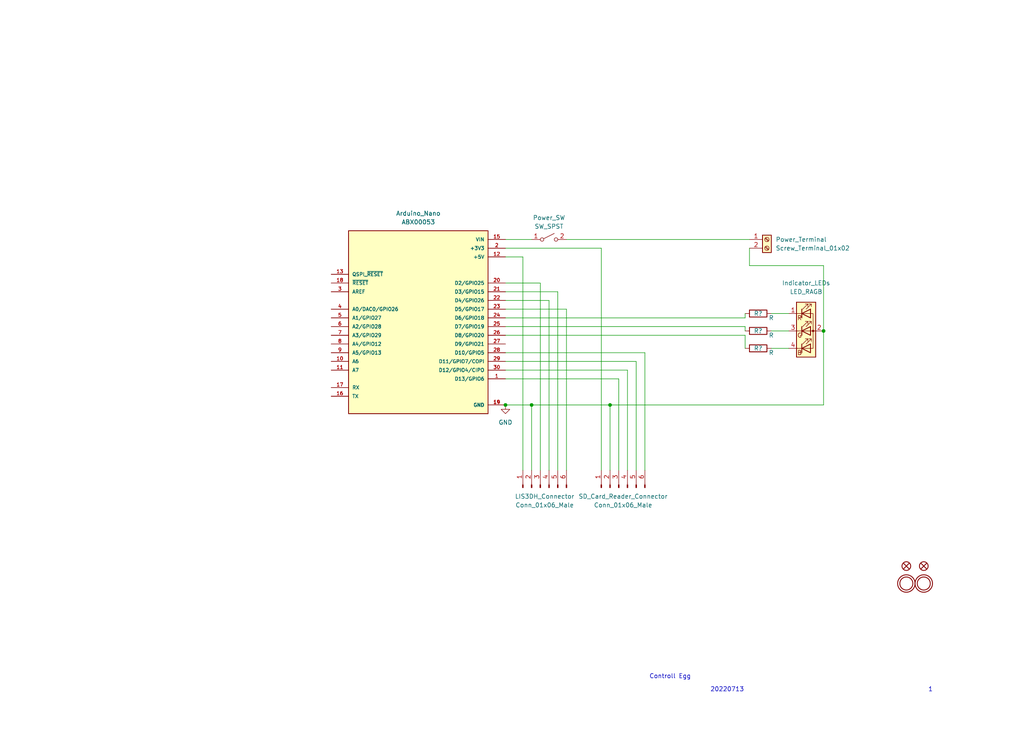
<source format=kicad_sch>
(kicad_sch (version 20211123) (generator eeschema)
  (paper "User" 298.45 217.881)
  (lib_symbols
    (symbol "ABX00053:ABX00053" (pin_names (offset 1.016))
      (property "Reference" "U?" (at 0 30.48 0))
      (property "Value" "ABX00053" (at 0 27.94 0))
      (symbol "ABX00053_0_0"
        (rectangle (start -20.32 -27.94) (end 20.32 25.4) (stroke (width 0.254)) (fill (type background)))
        (pin bidirectional line (at 25.4 -17.78 180) (length 5.08) (name "D13/GPIO6") (number "1"))
        (pin bidirectional line (at -25.4 -12.7 0) (length 5.08) (name "A6") (number "10"))
        (pin bidirectional line (at -25.4 -15.24 0) (length 5.08) (name "A7") (number "11"))
        (pin power_in line (at 25.4 17.78 180) (length 5.08) (name "+5V") (number "12"))
        (pin input line (at -25.4 12.7 0) (length 5.08) (name "QSPI_~{RESET}") (number "13"))
        (pin power_in line (at 25.4 -25.4 180) (length 5.08) (name "GND") (number "14"))
        (pin power_in line (at 25.4 22.86 180) (length 5.08) (name "VIN") (number "15"))
        (pin bidirectional line (at -25.4 -22.86 0) (length 5.08) (name "TX") (number "16"))
        (pin bidirectional line (at -25.4 -20.32 0) (length 5.08) (name "RX") (number "17"))
        (pin input line (at -25.4 10.16 0) (length 5.08) (name "~{RESET}") (number "18"))
        (pin power_in line (at 25.4 -25.4 180) (length 5.08) (name "GND") (number "19"))
        (pin power_in line (at 25.4 20.32 180) (length 5.08) (name "+3V3") (number "2"))
        (pin bidirectional line (at 25.4 10.16 180) (length 5.08) (name "D2/GPIO25") (number "20"))
        (pin bidirectional line (at 25.4 7.62 180) (length 5.08) (name "D3/GPIO15") (number "21"))
        (pin bidirectional line (at 25.4 5.08 180) (length 5.08) (name "D4/GPIO26") (number "22"))
        (pin bidirectional line (at 25.4 2.54 180) (length 5.08) (name "D5/GPIO17") (number "23"))
        (pin bidirectional line (at 25.4 0 180) (length 5.08) (name "D6/GPIO18") (number "24"))
        (pin bidirectional line (at 25.4 -2.54 180) (length 5.08) (name "D7/GPIO19") (number "25"))
        (pin bidirectional line (at 25.4 -5.08 180) (length 5.08) (name "D8/GPIO20") (number "26"))
        (pin bidirectional line (at 25.4 -7.62 180) (length 5.08) (name "D9/GPIO21") (number "27"))
        (pin bidirectional line (at 25.4 -10.16 180) (length 5.08) (name "D10/GPIO5") (number "28"))
        (pin bidirectional line (at 25.4 -12.7 180) (length 5.08) (name "D11/GPIO7/COPI") (number "29"))
        (pin bidirectional line (at -25.4 7.62 0) (length 5.08) (name "AREF") (number "3"))
        (pin bidirectional line (at 25.4 -15.24 180) (length 5.08) (name "D12/GPIO4/CIPO") (number "30"))
        (pin bidirectional line (at -25.4 2.54 0) (length 5.08) (name "A0/DAC0/GPIO26") (number "4"))
        (pin bidirectional line (at -25.4 0 0) (length 5.08) (name "A1/GPIO27") (number "5"))
        (pin bidirectional line (at -25.4 -2.54 0) (length 5.08) (name "A2/GPIO28") (number "6"))
        (pin bidirectional line (at -25.4 -5.08 0) (length 5.08) (name "A3/GPIO29") (number "7"))
        (pin bidirectional line (at -25.4 -7.62 0) (length 5.08) (name "A4/GPIO12") (number "8"))
        (pin bidirectional line (at -25.4 -10.16 0) (length 5.08) (name "A5/GPIO13") (number "9"))
      )
    )
    (symbol "Connector:Conn_01x06_Male" (pin_names (offset 1.016) hide)
      (property "Reference" "J" (at 0 7.62 0))
      (property "Value" "Conn_01x06_Male" (at 0 -10.16 0))
      (symbol "Conn_01x06_Male_1_1"
        (polyline (pts (xy 1.27 -7.62) (xy 0.8636 -7.62)) (stroke (width 0.1524)))
        (polyline (pts (xy 1.27 -5.08) (xy 0.8636 -5.08)) (stroke (width 0.1524)))
        (polyline (pts (xy 1.27 -2.54) (xy 0.8636 -2.54)) (stroke (width 0.1524)))
        (polyline (pts (xy 1.27 0) (xy 0.8636 0)) (stroke (width 0.1524)))
        (polyline (pts (xy 1.27 2.54) (xy 0.8636 2.54)) (stroke (width 0.1524)))
        (polyline (pts (xy 1.27 5.08) (xy 0.8636 5.08)) (stroke (width 0.1524)))
        (rectangle (start 0.8636 -7.493) (end 0 -7.747) (stroke (width 0.1524)) (fill (type outline)))
        (rectangle (start 0.8636 -4.953) (end 0 -5.207) (stroke (width 0.1524)) (fill (type outline)))
        (rectangle (start 0.8636 -2.413) (end 0 -2.667) (stroke (width 0.1524)) (fill (type outline)))
        (rectangle (start 0.8636 0.127) (end 0 -0.127) (stroke (width 0.1524)) (fill (type outline)))
        (rectangle (start 0.8636 2.667) (end 0 2.413) (stroke (width 0.1524)) (fill (type outline)))
        (rectangle (start 0.8636 5.207) (end 0 4.953) (stroke (width 0.1524)) (fill (type outline)))
        (pin passive line (at 5.08 5.08 180) (length 3.81) (name "Pin_1") (number "1"))
        (pin passive line (at 5.08 2.54 180) (length 3.81) (name "Pin_2") (number "2"))
        (pin passive line (at 5.08 0 180) (length 3.81) (name "Pin_3") (number "3"))
        (pin passive line (at 5.08 -2.54 180) (length 3.81) (name "Pin_4") (number "4"))
        (pin passive line (at 5.08 -5.08 180) (length 3.81) (name "Pin_5") (number "5"))
        (pin passive line (at 5.08 -7.62 180) (length 3.81) (name "Pin_6") (number "6"))
      )
    )
    (symbol "Connector:Screw_Terminal_01x02" (pin_names (offset 1.016) hide)
      (property "Reference" "J" (at 0 2.54 0))
      (property "Value" "Screw_Terminal_01x02" (at 0 -5.08 0))
      (symbol "Screw_Terminal_01x02_1_1"
        (rectangle (start -1.27 1.27) (end 1.27 -3.81) (stroke (width 0.254)) (fill (type background)))
        (circle (center 0 -2.54) (radius 0.635) (stroke (width 0.1524)))
        (polyline (pts (xy -0.5334 -2.2098) (xy 0.3302 -3.048)) (stroke (width 0.1524)))
        (polyline (pts (xy -0.5334 0.3302) (xy 0.3302 -0.508)) (stroke (width 0.1524)))
        (polyline (pts (xy -0.3556 -2.032) (xy 0.508 -2.8702)) (stroke (width 0.1524)))
        (polyline (pts (xy -0.3556 0.508) (xy 0.508 -0.3302)) (stroke (width 0.1524)))
        (circle (center 0 0) (radius 0.635) (stroke (width 0.1524)))
        (pin passive line (at -5.08 0 0) (length 3.81) (name "Pin_1") (number "1"))
        (pin passive line (at -5.08 -2.54 0) (length 3.81) (name "Pin_2") (number "2"))
      )
    )
    (symbol "Device:LED_RAGB" (pin_names (offset 0) hide)
      (property "Reference" "D" (at 0 9.398 0))
      (property "Value" "LED_RAGB" (at 0 -8.89 0))
      (symbol "LED_RAGB_0_0"
        (text "B" (at -1.905 -6.35 0) (effects (font (size 1.27 1.27))))
        (text "G" (at -1.905 -1.27 0) (effects (font (size 1.27 1.27))))
        (text "R" (at -1.905 3.81 0) (effects (font (size 1.27 1.27))))
      )
      (symbol "LED_RAGB_0_1"
        (polyline (pts (xy -1.27 -5.08) (xy -2.54 -5.08)))
        (polyline (pts (xy -1.27 -5.08) (xy 1.27 -5.08)))
        (polyline (pts (xy -1.27 -3.81) (xy -1.27 -6.35)) (stroke (width 0.254)))
        (polyline (pts (xy -1.27 0) (xy -2.54 0)))
        (polyline (pts (xy -1.27 1.27) (xy -1.27 -1.27)) (stroke (width 0.254)))
        (polyline (pts (xy -1.27 5.08) (xy -2.54 5.08)))
        (polyline (pts (xy -1.27 5.08) (xy 1.27 5.08)))
        (polyline (pts (xy -1.27 6.35) (xy -1.27 3.81)) (stroke (width 0.254)))
        (polyline (pts (xy 1.27 0) (xy -1.27 0)))
        (polyline (pts (xy 1.27 0) (xy 2.54 0)))
        (polyline (pts (xy -1.27 1.27) (xy -1.27 -1.27) (xy -1.27 -1.27)))
        (polyline (pts (xy -1.27 6.35) (xy -1.27 3.81) (xy -1.27 3.81)))
        (polyline (pts (xy 1.27 -5.08) (xy 2.032 -5.08) (xy 2.032 5.08) (xy 1.27 5.08)))
        (polyline (pts (xy 1.27 -3.81) (xy 1.27 -6.35) (xy -1.27 -5.08) (xy 1.27 -3.81)) (stroke (width 0.254)))
        (polyline (pts (xy 1.27 1.27) (xy 1.27 -1.27) (xy -1.27 0) (xy 1.27 1.27)) (stroke (width 0.254)))
        (polyline (pts (xy 1.27 6.35) (xy 1.27 3.81) (xy -1.27 5.08) (xy 1.27 6.35)) (stroke (width 0.254)))
        (polyline (pts (xy -1.016 -3.81) (xy 0.508 -2.286) (xy -0.254 -2.286) (xy 0.508 -2.286) (xy 0.508 -3.048)))
        (polyline (pts (xy -1.016 1.27) (xy 0.508 2.794) (xy -0.254 2.794) (xy 0.508 2.794) (xy 0.508 2.032)))
        (polyline (pts (xy -1.016 6.35) (xy 0.508 7.874) (xy -0.254 7.874) (xy 0.508 7.874) (xy 0.508 7.112)))
        (polyline (pts (xy 0 -3.81) (xy 1.524 -2.286) (xy 0.762 -2.286) (xy 1.524 -2.286) (xy 1.524 -3.048)))
        (polyline (pts (xy 0 1.27) (xy 1.524 2.794) (xy 0.762 2.794) (xy 1.524 2.794) (xy 1.524 2.032)))
        (polyline (pts (xy 0 6.35) (xy 1.524 7.874) (xy 0.762 7.874) (xy 1.524 7.874) (xy 1.524 7.112)))
        (rectangle (start 1.27 -1.27) (end 1.27 1.27))
        (rectangle (start 1.27 1.27) (end 1.27 1.27))
        (rectangle (start 1.27 3.81) (end 1.27 6.35))
        (rectangle (start 1.27 6.35) (end 1.27 6.35))
        (circle (center 2.032 0) (radius 0.254) (fill (type outline)))
        (rectangle (start 2.794 8.382) (end -2.794 -7.62) (stroke (width 0.254)) (fill (type background)))
      )
      (symbol "LED_RAGB_1_1"
        (pin passive line (at -5.08 5.08 0) (length 2.54) (name "RK") (number "1"))
        (pin passive line (at 5.08 0 180) (length 2.54) (name "A") (number "2"))
        (pin passive line (at -5.08 0 0) (length 2.54) (name "GK") (number "3"))
        (pin passive line (at -5.08 -5.08 0) (length 2.54) (name "BK") (number "4"))
      )
    )
    (symbol "Device:R" (pin_numbers hide) (pin_names (offset 0))
      (property "Reference" "R" (at 2.032 0 90))
      (property "Value" "R" (at 0 0 90))
      (symbol "R_0_1"
        (rectangle (start -1.016 -2.54) (end 1.016 2.54) (stroke (width 0.254)))
      )
      (symbol "R_1_1"
        (pin passive line (at 0 3.81 270) (length 1.27) (name "~") (number "1"))
        (pin passive line (at 0 -3.81 90) (length 1.27) (name "~") (number "2"))
      )
    )
    (symbol "ElectronicEggDrop-eagle-import:FIDUCIAL{dblquote}{dblquote}"
      (symbol "FIDUCIAL{dblquote}{dblquote}_1_0"
        (polyline (pts (xy -0.762 0.762) (xy 0.762 -0.762)) (stroke (width 0.254)))
        (polyline (pts (xy 0.762 0.762) (xy -0.762 -0.762)) (stroke (width 0.254)))
        (circle (center 0 0) (radius 1.27) (stroke (width 0.254)))
      )
    )
    (symbol "ElectronicEggDrop-eagle-import:MOUNTINGHOLE2.5"
      (symbol "MOUNTINGHOLE2.5_1_0"
        (circle (center 0 0) (radius 1.905) (stroke (width 0.254)))
        (circle (center 0 0) (radius 2.54) (stroke (width 0.254)))
      )
    )
    (symbol "Switch:SW_SPST" (pin_names (offset 0) hide)
      (property "Reference" "SW" (at 0 3.175 0))
      (property "Value" "SW_SPST" (at 0 -2.54 0))
      (symbol "SW_SPST_0_0"
        (circle (center -2.032 0) (radius 0.508))
        (polyline (pts (xy -1.524 0.254) (xy 1.524 1.778)))
        (circle (center 2.032 0) (radius 0.508))
      )
      (symbol "SW_SPST_1_1"
        (pin passive line (at -5.08 0 0) (length 2.54) (name "A") (number "1"))
        (pin passive line (at 5.08 0 180) (length 2.54) (name "B") (number "2"))
      )
    )
    (symbol "power:GND" (power) (pin_names (offset 0))
      (property "Value" "GND" (at 0 -3.81 0))
      (symbol "GND_0_1"
        (polyline (pts (xy 0 0) (xy 0 -1.27) (xy 1.27 -1.27) (xy 0 -2.54) (xy -1.27 -1.27) (xy 0 -1.27)))
      )
      (symbol "GND_1_1"
        (pin power_in line (at 0 0 270) (length 0) hide (name "GND") (number "1"))
      )
    )
  )
  (junction (at 147.32 118.11))
  (junction (at 240.03 96.52))
  (junction (at 154.94 118.11))
  (junction (at 177.8 118.11))
  (wire (pts (xy 165.1 69.85) (xy 218.44 69.85)))
  (wire (pts (xy 157.48 137.16) (xy 157.48 82.55)))
  (wire (pts (xy 182.88 107.95) (xy 147.32 107.95)))
  (wire (pts (xy 165.1 137.16) (xy 165.1 90.17)))
  (wire (pts (xy 165.1 90.17) (xy 147.32 90.17)))
  (wire (pts (xy 147.32 69.85) (xy 154.94 69.85)))
  (wire (pts (xy 185.42 105.41) (xy 147.32 105.41)))
  (wire (pts (xy 147.32 110.49) (xy 180.34 110.49)))
  (wire (pts (xy 180.34 110.49) (xy 180.34 137.16)))
  (wire (pts (xy 240.03 77.47) (xy 240.03 96.52)))
  (wire (pts (xy 160.02 137.16) (xy 160.02 87.63)))
  (wire (pts (xy 218.44 72.39) (xy 218.44 77.47)))
  (wire (pts (xy 240.03 118.11) (xy 177.8 118.11)))
  (wire (pts (xy 217.17 97.79) (xy 147.32 97.79)))
  (wire (pts (xy 240.03 96.52) (xy 240.03 118.11)))
  (wire (pts (xy 217.17 101.6) (xy 217.17 97.79)))
  (wire (pts (xy 187.96 137.16) (xy 187.96 102.87)))
  (wire (pts (xy 152.4 137.16) (xy 152.4 74.93)))
  (wire (pts (xy 157.48 82.55) (xy 147.32 82.55)))
  (wire (pts (xy 152.4 74.93) (xy 147.32 74.93)))
  (wire (pts (xy 187.96 102.87) (xy 147.32 102.87)))
  (wire (pts (xy 224.79 96.52) (xy 229.87 96.52)))
  (wire (pts (xy 217.17 91.44) (xy 217.17 92.71)))
  (wire (pts (xy 162.56 85.09) (xy 147.32 85.09)))
  (wire (pts (xy 175.26 72.39) (xy 147.32 72.39)))
  (wire (pts (xy 224.79 91.44) (xy 229.87 91.44)))
  (wire (pts (xy 218.44 77.47) (xy 240.03 77.47)))
  (wire (pts (xy 175.26 137.16) (xy 175.26 72.39)))
  (wire (pts (xy 217.17 96.52) (xy 217.17 95.25)))
  (wire (pts (xy 185.42 137.16) (xy 185.42 105.41)))
  (wire (pts (xy 162.56 137.16) (xy 162.56 85.09)))
  (wire (pts (xy 177.8 118.11) (xy 177.8 137.16)))
  (wire (pts (xy 160.02 87.63) (xy 147.32 87.63)))
  (wire (pts (xy 217.17 92.71) (xy 147.32 92.71)))
  (wire (pts (xy 177.8 118.11) (xy 154.94 118.11)))
  (wire (pts (xy 154.94 118.11) (xy 147.32 118.11)))
  (wire (pts (xy 217.17 95.25) (xy 147.32 95.25)))
  (wire (pts (xy 182.88 137.16) (xy 182.88 107.95)))
  (wire (pts (xy 154.94 118.11) (xy 154.94 137.16)))
  (wire (pts (xy 224.79 101.6) (xy 229.87 101.6)))
  (text "1\n" (at 270.51 201.93 0) (effects (font (size 1.27 1.27)) (justify left bottom)))
  (text "20220713" (at 207.01 201.93 0) (effects (font (size 1.27 1.27)) (justify left bottom)))
  (text "Controll Egg\n" (at 189.23 198.12 0) (effects (font (size 1.27 1.27)) (justify left bottom)))
  (symbol (lib_id "ElectronicEggDrop-eagle-import:FIDUCIAL{dblquote}{dblquote}") (at 269.24 165.1 0) (unit 1)
    (property "Reference" "FID1" (effects hide))
    (property "Value" "FIDUCIAL{dblquote}{dblquote}" (effects hide))
    (property "Footprint" "ElectronicEggDrop:FIDUCIAL_1MM" (effects hide))
  )
  (symbol (lib_id "Device:R") (at 220.98 101.6 90) (unit 1)
    (property "Reference" "R?" (at 220.98 101.6 90))
    (property "Value" "R" (at 224.79 102.87 90))
    (property "Footprint" "Resistor_THT:R_Axial_DIN0204_L3.6mm_D1.6mm_P5.08mm_Horizontal" (effects hide))
  )
  (symbol (lib_id "ElectronicEggDrop-eagle-import:MOUNTINGHOLE2.5") (at 269.24 170.18 0) (unit 1)
    (property "Reference" "U$10" (effects hide))
    (property "Value" "MOUNTINGHOLE2.5" (effects hide))
    (property "Footprint" "ElectronicEggDrop:MOUNTINGHOLE_2.5_PLATED" (effects hide))
  )
  (symbol (lib_id "Device:R") (at 220.98 91.44 90) (unit 1)
    (property "Reference" "R?" (at 220.98 91.44 90))
    (property "Value" "R" (at 224.79 92.71 90))
    (property "Footprint" "Resistor_THT:R_Axial_DIN0204_L3.6mm_D1.6mm_P5.08mm_Horizontal" (effects hide))
  )
  (symbol (lib_id "ElectronicEggDrop-eagle-import:FIDUCIAL{dblquote}{dblquote}") (at 264.16 165.1 0) (unit 1)
    (property "Reference" "FID2" (effects hide))
    (property "Value" "FIDUCIAL{dblquote}{dblquote}" (effects hide))
    (property "Footprint" "ElectronicEggDrop:FIDUCIAL_1MM" (effects hide))
  )
  (symbol (lib_id "Switch:SW_SPST") (at 160.02 69.85 0) (unit 1)
    (property "Reference" "Power_SW" (at 160.02 63.5 0))
    (property "Value" "SW_SPST" (at 160.02 66.04 0))
    (property "Footprint" "Connector_Molex:Molex_KK-254_AE-6410-02A_1x02_P2.54mm_Vertical" (effects hide))
  )
  (symbol (lib_id "Connector:Conn_01x06_Male") (at 157.48 142.24 90) (unit 1)
    (property "Reference" "LIS3DH_Connector" (at 158.75 144.78 90))
    (property "Value" "Conn_01x06_Male" (at 158.75 147.32 90))
    (property "Footprint" "Connector_Molex:Molex_KK-254_AE-6410-06A_1x06_P2.54mm_Vertical" (effects hide))
  )
  (symbol (lib_id "Device:R") (at 220.98 96.52 90) (unit 1)
    (property "Reference" "R?" (at 220.98 96.52 90))
    (property "Value" "R" (at 224.79 97.79 90))
    (property "Footprint" "Resistor_THT:R_Axial_DIN0204_L3.6mm_D1.6mm_P5.08mm_Horizontal" (effects hide))
  )
  (symbol (lib_id "power:GND") (at 147.32 118.11 0) (unit 1)
    (property "Reference" "#PWR?" (effects hide))
    (property "Value" "GND" (at 147.32 123.19 0))
  )
  (symbol (lib_id "Connector:Screw_Terminal_01x02") (at 223.52 69.85 0) (unit 1)
    (property "Reference" "Power_Terminal" (at 226.06 69.8499 0) (effects (justify left)))
    (property "Value" "Screw_Terminal_01x02" (at 226.06 72.3899 0) (effects (justify left)))
    (property "Footprint" "TerminalBlock_Phoenix:TerminalBlock_Phoenix_MPT-0,5-2-2.54_1x02_P2.54mm_Horizontal" (effects hide))
  )
  (symbol (lib_id "Connector:Conn_01x06_Male") (at 180.34 142.24 90) (unit 1)
    (property "Reference" "SD_Card_Reader_Connector" (at 181.61 144.78 90))
    (property "Value" "Conn_01x06_Male" (at 181.61 147.32 90))
    (property "Footprint" "Connector_Molex:Molex_KK-254_AE-6410-06A_1x06_P2.54mm_Vertical" (effects hide))
  )
  (symbol (lib_id "ElectronicEggDrop-eagle-import:MOUNTINGHOLE2.5") (at 264.16 170.18 0) (unit 1)
    (property "Reference" "U$13" (effects hide))
    (property "Value" "MOUNTINGHOLE2.5" (effects hide))
    (property "Footprint" "ElectronicEggDrop:MOUNTINGHOLE_2.5_PLATED" (effects hide))
  )
  (symbol (lib_id "ABX00053:ABX00053") (at 121.92 92.71 0) (unit 1)
    (property "Reference" "Arduino_Nano" (at 121.92 62.23 0))
    (property "Value" "ABX00053" (at 121.92 64.77 0))
    (property "Footprint" "MODULE_ABX00053" (effects hide))
    (property "STANDARD" "Manufacturer Recommendations" (effects hide))
    (property "PARTREV" "Rev. 01 - 14/05/2021" (effects hide))
    (property "MANUFACTURER" "Arduino" (effects hide))
  )
  (symbol (lib_id "Device:LED_RAGB") (at 234.95 96.52 0) (unit 1)
    (property "Reference" "Indicator_LEDs" (at 234.95 82.55 0))
    (property "Value" "LED_RAGB" (at 234.95 85.09 0))
    (property "Footprint" "Connector_Molex:Molex_KK-254_AE-6410-04A_1x04_P2.54mm_Vertical" (effects hide))
  )
)
</source>
